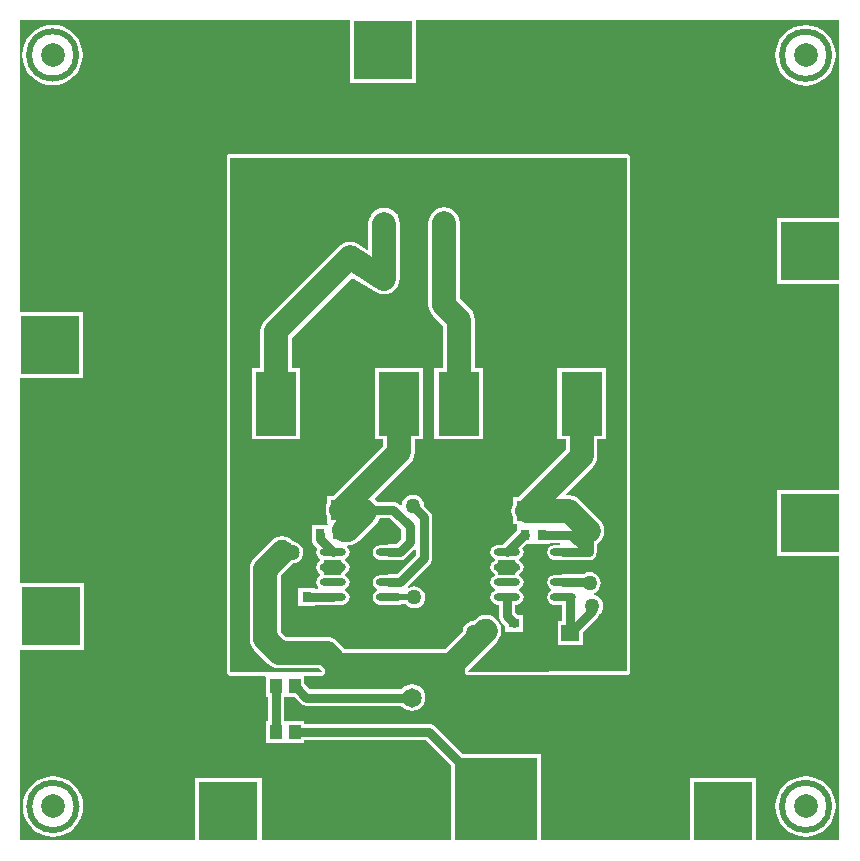
<source format=gtl>
G04 Layer_Physical_Order=1*
G04 Layer_Color=255*
%FSLAX23Y23*%
%MOIN*%
G70*
G01*
G75*
%ADD10R,0.031X0.035*%
%ADD11R,0.071X0.067*%
%ADD12R,0.138X0.213*%
%ADD13O,0.087X0.024*%
%ADD14R,0.035X0.031*%
%ADD15R,0.059X0.055*%
%ADD16R,0.039X0.051*%
%ADD17C,0.030*%
%ADD18C,0.080*%
%ADD19C,0.020*%
%ADD20C,0.028*%
%ADD21C,0.020*%
%ADD22C,0.065*%
%ADD23R,0.065X0.065*%
%ADD24C,0.079*%
%ADD25R,0.065X0.118*%
%ADD26R,0.276X0.276*%
%ADD27R,0.197X0.197*%
%ADD28R,0.197X0.197*%
%ADD29C,0.050*%
%ADD30C,0.020*%
G36*
X3388Y2582D02*
X3388Y871D01*
X2861Y870D01*
X2860Y874D01*
X2955Y970D01*
X2963Y981D01*
X2969Y993D01*
X2970Y1007D01*
X2969Y1021D01*
X2963Y1033D01*
X2955Y1044D01*
X2944Y1052D01*
X2932Y1058D01*
X2918Y1059D01*
X2904Y1058D01*
X2892Y1052D01*
X2881Y1044D01*
X2876Y1039D01*
X2868Y1038D01*
X2859Y1034D01*
X2852Y1028D01*
X2846Y1021D01*
X2842Y1012D01*
X2841Y1004D01*
X2782Y945D01*
X2448D01*
X2422Y971D01*
X2411Y979D01*
X2399Y985D01*
X2385Y986D01*
X2251D01*
X2235Y1002D01*
Y1191D01*
X2275Y1231D01*
X2283Y1232D01*
X2292Y1236D01*
X2299Y1242D01*
X2305Y1249D01*
X2309Y1258D01*
X2310Y1268D01*
X2309Y1278D01*
X2305Y1287D01*
X2299Y1294D01*
X2292Y1300D01*
X2283Y1304D01*
X2278Y1305D01*
X2277Y1307D01*
X2266Y1315D01*
X2253Y1320D01*
X2240Y1322D01*
X2226Y1320D01*
X2213Y1315D01*
X2202Y1307D01*
X2146Y1250D01*
X2138Y1239D01*
X2132Y1227D01*
X2131Y1213D01*
Y980D01*
X2132Y967D01*
X2138Y954D01*
X2146Y943D01*
X2192Y897D01*
X2203Y889D01*
X2216Y883D01*
X2229Y882D01*
X2363D01*
X2371Y874D01*
X2369Y869D01*
X2070Y869D01*
X2066Y872D01*
X2066Y2584D01*
X3386D01*
X3388Y2582D01*
D02*
G37*
G36*
X4097Y2381D02*
X3888D01*
Y2161D01*
X4097D01*
Y1476D01*
X3888D01*
Y1255D01*
X4097D01*
Y308D01*
X3820D01*
Y517D01*
X3599D01*
Y308D01*
X3103D01*
Y596D01*
X2842D01*
X2749Y688D01*
X2743Y693D01*
X2737Y695D01*
X2730Y696D01*
X2313D01*
Y707D01*
X2246D01*
Y785D01*
X2281D01*
X2301Y765D01*
X2307Y760D01*
X2313Y758D01*
X2320Y757D01*
X2637D01*
X2640Y752D01*
X2650Y745D01*
X2660Y741D01*
X2672Y739D01*
X2684Y741D01*
X2694Y745D01*
X2704Y752D01*
X2711Y762D01*
X2715Y772D01*
X2717Y784D01*
X2715Y796D01*
X2711Y806D01*
X2704Y816D01*
X2694Y823D01*
X2684Y827D01*
X2672Y829D01*
X2660Y827D01*
X2650Y823D01*
X2640Y816D01*
X2637Y811D01*
X2332D01*
X2313Y830D01*
Y857D01*
X2369Y857D01*
X2372Y857D01*
X2374Y858D01*
X2374Y858D01*
X2374Y858D01*
X2376Y859D01*
X2378Y860D01*
X2378Y860D01*
X2378Y860D01*
X2379Y862D01*
X2381Y864D01*
X2383Y869D01*
X2383Y869D01*
X2383Y869D01*
X2383Y869D01*
X2383Y871D01*
X2383Y874D01*
X2383Y874D01*
X2383Y874D01*
X2383Y876D01*
X2383Y878D01*
X2382Y878D01*
X2382Y878D01*
X2381Y880D01*
X2380Y882D01*
X2372Y890D01*
X2368Y893D01*
X2363Y894D01*
X2230D01*
X2219Y895D01*
X2209Y899D01*
X2200Y906D01*
X2155Y951D01*
X2148Y960D01*
X2144Y970D01*
X2143Y981D01*
Y1212D01*
X2144Y1223D01*
X2148Y1233D01*
X2155Y1242D01*
X2210Y1297D01*
X2219Y1304D01*
X2229Y1308D01*
X2240Y1310D01*
X2250Y1308D01*
X2260Y1304D01*
X2268Y1298D01*
X2268Y1297D01*
X2272Y1294D01*
X2276Y1293D01*
X2279Y1292D01*
X2285Y1290D01*
X2291Y1286D01*
X2295Y1280D01*
X2297Y1274D01*
X2298Y1268D01*
X2297Y1262D01*
X2295Y1256D01*
X2291Y1250D01*
X2285Y1246D01*
X2279Y1244D01*
X2274Y1243D01*
X2272Y1243D01*
X2270Y1242D01*
X2270Y1242D01*
X2269Y1242D01*
X2268Y1241D01*
X2266Y1240D01*
X2227Y1200D01*
X2224Y1196D01*
X2223Y1191D01*
Y1002D01*
X2224Y997D01*
X2227Y993D01*
X2242Y978D01*
X2246Y975D01*
X2251Y974D01*
X2384D01*
X2395Y973D01*
X2405Y969D01*
X2414Y962D01*
X2439Y937D01*
X2443Y934D01*
X2448Y933D01*
X2782D01*
X2787Y934D01*
X2791Y937D01*
X2850Y995D01*
X2851Y997D01*
X2852Y998D01*
X2852Y999D01*
X2852Y999D01*
X2853Y1001D01*
X2853Y1003D01*
X2854Y1008D01*
X2856Y1014D01*
X2860Y1020D01*
X2866Y1024D01*
X2872Y1026D01*
X2877Y1027D01*
X2879Y1027D01*
X2881Y1028D01*
X2881Y1028D01*
X2882Y1028D01*
X2883Y1029D01*
X2885Y1030D01*
X2889Y1035D01*
X2898Y1042D01*
X2908Y1046D01*
X2918Y1047D01*
X2928Y1046D01*
X2938Y1042D01*
X2946Y1035D01*
X2953Y1027D01*
X2957Y1017D01*
X2958Y1007D01*
X2957Y997D01*
X2953Y987D01*
X2946Y978D01*
X2851Y883D01*
X2851Y883D01*
X2851Y883D01*
X2850Y881D01*
X2848Y879D01*
X2848Y879D01*
X2848Y879D01*
X2848Y877D01*
X2847Y874D01*
X2847Y874D01*
X2847Y874D01*
X2848Y872D01*
X2848Y870D01*
X2848Y870D01*
X2848Y870D01*
X2850Y865D01*
X2850Y865D01*
X2850Y865D01*
X2852Y863D01*
X2853Y861D01*
X2853Y861D01*
X2853Y861D01*
X2855Y860D01*
X2857Y858D01*
X2857Y858D01*
X2857Y858D01*
X2859Y858D01*
X2861Y858D01*
X2861Y858D01*
X2861Y858D01*
X3388Y858D01*
X3390Y859D01*
X3393Y859D01*
X3393Y859D01*
X3393Y859D01*
X3395Y861D01*
X3397Y862D01*
X3397Y862D01*
X3397Y862D01*
X3398Y864D01*
X3399Y866D01*
X3399Y866D01*
X3399Y866D01*
X3400Y868D01*
X3400Y871D01*
X3400Y2582D01*
X3399Y2587D01*
X3397Y2591D01*
X3395Y2593D01*
X3391Y2595D01*
X3386Y2596D01*
X2066D01*
X2061Y2595D01*
X2057Y2593D01*
X2055Y2589D01*
X2054Y2584D01*
X2054Y872D01*
X2054Y872D01*
X2054Y872D01*
X2054Y870D01*
X2055Y867D01*
X2055Y867D01*
X2055Y867D01*
X2056Y865D01*
X2057Y863D01*
X2057Y863D01*
X2057Y863D01*
X2061Y860D01*
X2061Y860D01*
X2061Y860D01*
X2063Y859D01*
X2065Y857D01*
X2065Y857D01*
X2065Y857D01*
X2067Y857D01*
X2070Y856D01*
X2070Y856D01*
X2070Y856D01*
X2183Y856D01*
X2187Y853D01*
Y785D01*
X2191D01*
Y707D01*
X2187D01*
Y631D01*
X2313D01*
Y642D01*
X2719D01*
X2803Y557D01*
Y308D01*
X2171D01*
Y517D01*
X1950D01*
Y308D01*
X1367D01*
Y944D01*
X1578D01*
Y1165D01*
X1367D01*
Y1850D01*
X1576D01*
Y2070D01*
X1367D01*
Y3042D01*
X2464D01*
Y2834D01*
X2685D01*
Y3042D01*
X4097D01*
Y2381D01*
D02*
G37*
%LPC*%
G36*
X3319Y1882D02*
X3157D01*
Y1646D01*
X3185D01*
Y1610D01*
X3027Y1451D01*
X3008D01*
Y1427D01*
X3005Y1420D01*
X3003Y1406D01*
X3005Y1392D01*
X3008Y1385D01*
Y1361D01*
X3022D01*
X3023Y1356D01*
X3023Y1356D01*
X3023Y1356D01*
Y1341D01*
X2974Y1292D01*
X2957D01*
X2948Y1290D01*
X2940Y1285D01*
X2935Y1277D01*
X2933Y1268D01*
X2935Y1259D01*
X2940Y1251D01*
X2948Y1246D01*
X2948Y1246D01*
Y1240D01*
X2948Y1240D01*
X2940Y1235D01*
X2935Y1227D01*
X2933Y1218D01*
X2935Y1209D01*
X2940Y1201D01*
X2948Y1196D01*
X2948Y1196D01*
Y1190D01*
X2948Y1190D01*
X2940Y1185D01*
X2935Y1177D01*
X2933Y1168D01*
X2935Y1159D01*
X2940Y1151D01*
X2948Y1146D01*
X2948Y1146D01*
Y1140D01*
X2948Y1140D01*
X2940Y1135D01*
X2935Y1127D01*
X2933Y1118D01*
X2935Y1109D01*
X2940Y1101D01*
X2948Y1096D01*
X2957Y1094D01*
X2961D01*
Y1056D01*
X2962Y1049D01*
X2965Y1042D01*
X2969Y1037D01*
X2983Y1023D01*
Y1004D01*
X3043D01*
Y1059D01*
X3024D01*
X3016Y1067D01*
Y1094D01*
X3020D01*
X3029Y1096D01*
X3037Y1101D01*
X3042Y1109D01*
X3044Y1118D01*
X3042Y1127D01*
X3037Y1135D01*
X3029Y1140D01*
X3029Y1140D01*
Y1146D01*
X3029Y1146D01*
X3037Y1151D01*
X3042Y1159D01*
X3044Y1168D01*
X3042Y1177D01*
X3037Y1185D01*
X3029Y1190D01*
X3029Y1190D01*
Y1196D01*
X3029Y1196D01*
X3037Y1201D01*
X3042Y1209D01*
X3044Y1218D01*
X3042Y1227D01*
X3037Y1235D01*
X3029Y1240D01*
X3029Y1240D01*
Y1246D01*
X3029Y1246D01*
X3037Y1251D01*
X3042Y1259D01*
X3044Y1268D01*
X3042Y1277D01*
X3040Y1281D01*
X3055Y1296D01*
X3133D01*
Y1299D01*
X3164D01*
X3166Y1294D01*
X3165Y1292D01*
X3146D01*
X3137Y1290D01*
X3129Y1285D01*
X3124Y1277D01*
X3122Y1268D01*
X3124Y1259D01*
X3129Y1251D01*
X3137Y1246D01*
X3146Y1244D01*
X3166D01*
X3170Y1242D01*
X3177Y1241D01*
X3261D01*
X3268Y1242D01*
X3275Y1244D01*
X3280Y1249D01*
X3285Y1254D01*
X3287Y1261D01*
X3288Y1268D01*
Y1295D01*
X3298Y1303D01*
X3306Y1314D01*
X3312Y1326D01*
X3313Y1340D01*
X3312Y1354D01*
X3306Y1366D01*
X3298Y1377D01*
X3232Y1443D01*
X3221Y1451D01*
X3209Y1457D01*
X3195Y1458D01*
X3189D01*
X3187Y1463D01*
X3275Y1551D01*
X3283Y1562D01*
X3288Y1575D01*
X3290Y1588D01*
Y1646D01*
X3319D01*
Y1882D01*
D02*
G37*
G36*
X3984Y522D02*
X3964Y520D01*
X3945Y514D01*
X3928Y505D01*
X3913Y492D01*
X3900Y477D01*
X3891Y460D01*
X3885Y441D01*
X3883Y421D01*
X3885Y401D01*
X3891Y382D01*
X3900Y365D01*
X3913Y350D01*
X3928Y337D01*
X3945Y328D01*
X3964Y322D01*
X3984Y320D01*
X4004Y322D01*
X4023Y328D01*
X4040Y337D01*
X4055Y350D01*
X4068Y365D01*
X4077Y382D01*
X4083Y401D01*
X4085Y421D01*
X4083Y441D01*
X4077Y460D01*
X4068Y477D01*
X4055Y492D01*
X4040Y505D01*
X4023Y514D01*
X4004Y520D01*
X3984Y522D01*
D02*
G37*
G36*
X3264Y1202D02*
X3254Y1201D01*
X3245Y1197D01*
X3243Y1195D01*
X3177D01*
X3170Y1194D01*
X3166Y1192D01*
X3146D01*
X3137Y1190D01*
X3129Y1185D01*
X3124Y1177D01*
X3122Y1168D01*
X3124Y1159D01*
X3129Y1151D01*
X3137Y1146D01*
X3137Y1146D01*
Y1140D01*
X3137Y1140D01*
X3129Y1135D01*
X3124Y1127D01*
X3122Y1118D01*
X3124Y1109D01*
X3129Y1101D01*
X3137Y1096D01*
X3146Y1094D01*
X3173D01*
Y1039D01*
X3158D01*
Y960D01*
X3242D01*
Y1002D01*
X3291Y1052D01*
X3296Y1058D01*
X3297Y1062D01*
X3298Y1063D01*
X3304Y1070D01*
X3308Y1079D01*
X3309Y1089D01*
X3308Y1099D01*
X3304Y1108D01*
X3298Y1115D01*
X3291Y1121D01*
X3282Y1125D01*
X3278Y1125D01*
X3278Y1131D01*
X3283Y1133D01*
X3290Y1139D01*
X3296Y1146D01*
X3300Y1155D01*
X3301Y1165D01*
X3300Y1175D01*
X3296Y1184D01*
X3290Y1191D01*
X3283Y1197D01*
X3274Y1201D01*
X3264Y1202D01*
D02*
G37*
G36*
X2710Y1882D02*
X2548D01*
Y1646D01*
X2576D01*
Y1624D01*
X2408Y1455D01*
X2389D01*
Y1431D01*
X2386Y1424D01*
X2384Y1410D01*
X2386Y1396D01*
X2389Y1389D01*
Y1365D01*
X2389D01*
X2392Y1360D01*
X2392Y1358D01*
X2338D01*
Y1298D01*
X2341D01*
X2342Y1297D01*
X2346Y1291D01*
X2357Y1281D01*
X2354Y1277D01*
X2352Y1268D01*
X2354Y1259D01*
X2359Y1251D01*
X2367Y1246D01*
X2367Y1246D01*
Y1240D01*
X2367Y1240D01*
X2359Y1235D01*
X2354Y1227D01*
X2352Y1218D01*
X2354Y1209D01*
X2359Y1201D01*
X2367Y1196D01*
X2367Y1196D01*
Y1190D01*
X2367Y1190D01*
X2359Y1185D01*
X2354Y1177D01*
X2352Y1168D01*
X2354Y1159D01*
X2359Y1151D01*
X2360Y1150D01*
X2359Y1145D01*
X2348D01*
Y1148D01*
X2293D01*
Y1088D01*
X2348D01*
Y1091D01*
X2408D01*
X2415Y1092D01*
X2420Y1094D01*
X2440D01*
X2449Y1096D01*
X2457Y1101D01*
X2462Y1109D01*
X2464Y1118D01*
X2462Y1127D01*
X2457Y1135D01*
X2449Y1140D01*
X2449Y1140D01*
Y1146D01*
X2449Y1146D01*
X2457Y1151D01*
X2462Y1159D01*
X2464Y1168D01*
X2462Y1177D01*
X2457Y1185D01*
X2449Y1190D01*
X2449Y1190D01*
Y1196D01*
X2449Y1196D01*
X2457Y1201D01*
X2462Y1209D01*
X2464Y1218D01*
X2462Y1227D01*
X2457Y1235D01*
X2449Y1240D01*
X2449Y1240D01*
Y1246D01*
X2449Y1246D01*
X2457Y1251D01*
X2462Y1259D01*
X2464Y1268D01*
X2462Y1277D01*
X2457Y1285D01*
X2456Y1285D01*
X2457Y1288D01*
X2458Y1290D01*
X2458Y1291D01*
X2459D01*
X2473Y1292D01*
X2485Y1298D01*
X2496Y1306D01*
X2554Y1364D01*
X2562Y1375D01*
X2566Y1383D01*
X2599D01*
X2637Y1345D01*
Y1312D01*
X2620Y1295D01*
X2597D01*
X2590Y1294D01*
X2585Y1292D01*
X2565D01*
X2556Y1290D01*
X2548Y1285D01*
X2543Y1277D01*
X2541Y1268D01*
X2543Y1259D01*
X2548Y1251D01*
X2556Y1246D01*
X2565Y1244D01*
X2585D01*
X2590Y1242D01*
X2597Y1241D01*
X2631D01*
X2638Y1242D01*
X2645Y1244D01*
X2650Y1249D01*
X2681Y1279D01*
X2686Y1277D01*
Y1259D01*
X2622Y1195D01*
X2597D01*
X2590Y1194D01*
X2585Y1192D01*
X2565D01*
X2556Y1190D01*
X2548Y1185D01*
X2543Y1177D01*
X2541Y1168D01*
X2543Y1159D01*
X2548Y1151D01*
X2556Y1146D01*
X2556Y1146D01*
Y1140D01*
X2556Y1140D01*
X2548Y1135D01*
X2543Y1127D01*
X2541Y1118D01*
X2543Y1109D01*
X2548Y1101D01*
X2556Y1096D01*
X2565Y1094D01*
X2628D01*
X2638Y1096D01*
X2651D01*
X2654Y1092D01*
X2661Y1086D01*
X2670Y1082D01*
X2680Y1081D01*
X2690Y1082D01*
X2699Y1086D01*
X2706Y1092D01*
X2712Y1099D01*
X2716Y1108D01*
X2717Y1118D01*
X2716Y1128D01*
X2712Y1137D01*
X2706Y1144D01*
X2699Y1150D01*
X2690Y1154D01*
X2680Y1155D01*
X2670Y1154D01*
X2661Y1150D01*
X2661Y1150D01*
X2658Y1154D01*
X2732Y1228D01*
X2737Y1234D01*
X2739Y1241D01*
X2740Y1248D01*
Y1385D01*
X2739Y1392D01*
X2737Y1399D01*
X2732Y1404D01*
X2712Y1424D01*
X2711Y1433D01*
X2707Y1442D01*
X2701Y1449D01*
X2694Y1455D01*
X2685Y1459D01*
X2675Y1460D01*
X2665Y1459D01*
X2656Y1455D01*
X2649Y1449D01*
X2643Y1442D01*
X2639Y1433D01*
X2638Y1427D01*
X2633Y1426D01*
X2629Y1429D01*
X2624Y1434D01*
X2617Y1436D01*
X2610Y1437D01*
X2555D01*
X2554Y1438D01*
X2549Y1443D01*
Y1448D01*
X2666Y1565D01*
X2674Y1576D01*
X2679Y1588D01*
X2681Y1602D01*
Y1646D01*
X2710D01*
Y1882D01*
D02*
G37*
G36*
X3984Y3026D02*
X3964Y3024D01*
X3945Y3018D01*
X3928Y3009D01*
X3913Y2996D01*
X3900Y2981D01*
X3891Y2964D01*
X3885Y2945D01*
X3883Y2925D01*
X3885Y2905D01*
X3891Y2886D01*
X3900Y2869D01*
X3913Y2854D01*
X3928Y2841D01*
X3945Y2832D01*
X3964Y2826D01*
X3984Y2824D01*
X4004Y2826D01*
X4023Y2832D01*
X4040Y2841D01*
X4055Y2854D01*
X4068Y2869D01*
X4077Y2886D01*
X4083Y2905D01*
X4085Y2925D01*
X4083Y2945D01*
X4077Y2964D01*
X4068Y2981D01*
X4055Y2996D01*
X4040Y3009D01*
X4023Y3018D01*
X4004Y3024D01*
X3984Y3026D01*
D02*
G37*
G36*
X1474Y3027D02*
X1454Y3025D01*
X1435Y3019D01*
X1418Y3010D01*
X1403Y2997D01*
X1390Y2982D01*
X1381Y2965D01*
X1375Y2946D01*
X1373Y2926D01*
X1375Y2906D01*
X1381Y2887D01*
X1390Y2870D01*
X1403Y2855D01*
X1418Y2842D01*
X1435Y2833D01*
X1454Y2827D01*
X1474Y2825D01*
X1494Y2827D01*
X1513Y2833D01*
X1530Y2842D01*
X1545Y2855D01*
X1558Y2870D01*
X1567Y2887D01*
X1573Y2906D01*
X1575Y2926D01*
X1573Y2946D01*
X1567Y2965D01*
X1558Y2982D01*
X1545Y2997D01*
X1530Y3010D01*
X1513Y3019D01*
X1494Y3025D01*
X1474Y3027D01*
D02*
G37*
G36*
X2579Y2416D02*
X2565Y2415D01*
X2553Y2409D01*
X2542Y2401D01*
X2538Y2395D01*
X2534D01*
Y2391D01*
X2534Y2390D01*
X2528Y2378D01*
X2527Y2364D01*
Y2280D01*
X2522Y2277D01*
X2493Y2296D01*
X2492Y2296D01*
X2491Y2296D01*
X2486Y2299D01*
X2480Y2301D01*
X2479Y2301D01*
X2479Y2302D01*
X2473Y2302D01*
X2467Y2303D01*
X2466Y2303D01*
X2465Y2303D01*
X2459Y2303D01*
X2453Y2302D01*
X2452Y2302D01*
X2451Y2302D01*
X2446Y2299D01*
X2440Y2297D01*
X2440Y2297D01*
X2439Y2296D01*
X2434Y2293D01*
X2429Y2289D01*
X2429Y2289D01*
X2428Y2288D01*
X2182Y2042D01*
X2174Y2032D01*
X2169Y2019D01*
X2167Y2005D01*
Y1882D01*
X2138D01*
Y1646D01*
X2300D01*
Y1882D01*
X2272D01*
Y1984D01*
X2473Y2184D01*
X2551Y2135D01*
X2552Y2135D01*
X2553Y2135D01*
X2558Y2132D01*
X2564Y2130D01*
X2565Y2130D01*
X2565Y2129D01*
X2571Y2129D01*
X2577Y2128D01*
X2578Y2128D01*
X2579Y2128D01*
X2585Y2128D01*
X2591Y2129D01*
X2592Y2129D01*
X2593Y2129D01*
X2598Y2132D01*
X2604Y2134D01*
X2604Y2134D01*
X2605Y2135D01*
X2610Y2138D01*
X2615Y2142D01*
X2615Y2142D01*
X2616Y2143D01*
X2620Y2148D01*
X2624Y2152D01*
X2624Y2153D01*
X2624Y2154D01*
X2627Y2159D01*
X2629Y2165D01*
X2629Y2166D01*
X2630Y2166D01*
X2630Y2172D01*
X2631Y2178D01*
X2631Y2179D01*
X2631Y2180D01*
Y2364D01*
X2630Y2378D01*
X2624Y2390D01*
X2624Y2391D01*
Y2395D01*
X2620D01*
X2616Y2401D01*
X2605Y2409D01*
X2593Y2415D01*
X2579Y2416D01*
D02*
G37*
G36*
X1475Y522D02*
X1455Y520D01*
X1436Y514D01*
X1419Y505D01*
X1404Y492D01*
X1391Y477D01*
X1382Y460D01*
X1376Y441D01*
X1374Y421D01*
X1376Y401D01*
X1382Y382D01*
X1391Y365D01*
X1404Y350D01*
X1419Y337D01*
X1436Y328D01*
X1455Y322D01*
X1475Y320D01*
X1495Y322D01*
X1514Y328D01*
X1531Y337D01*
X1546Y350D01*
X1559Y365D01*
X1568Y382D01*
X1574Y401D01*
X1576Y421D01*
X1574Y441D01*
X1568Y460D01*
X1559Y477D01*
X1546Y492D01*
X1531Y505D01*
X1514Y514D01*
X1495Y520D01*
X1475Y522D01*
D02*
G37*
G36*
X2779Y2418D02*
X2765Y2417D01*
X2753Y2411D01*
X2742Y2403D01*
X2736Y2395D01*
X2734D01*
Y2393D01*
X2734Y2392D01*
X2728Y2380D01*
X2727Y2366D01*
Y2251D01*
Y2093D01*
X2728Y2079D01*
X2734Y2067D01*
X2742Y2056D01*
X2776Y2022D01*
Y1882D01*
X2747D01*
Y1646D01*
X2909D01*
Y1882D01*
X2881D01*
Y2044D01*
X2879Y2057D01*
X2874Y2070D01*
X2865Y2081D01*
X2831Y2115D01*
Y2251D01*
Y2366D01*
X2830Y2380D01*
X2824Y2392D01*
X2823Y2393D01*
Y2395D01*
X2822D01*
X2816Y2403D01*
X2805Y2411D01*
X2793Y2417D01*
X2779Y2418D01*
D02*
G37*
%LPD*%
G36*
X3017Y1240D02*
X3017Y1239D01*
Y1238D01*
X3018Y1237D01*
X3018Y1236D01*
X3019Y1235D01*
X3019Y1234D01*
X3020Y1233D01*
X3021Y1232D01*
X3022Y1231D01*
X3022Y1230D01*
X3023Y1230D01*
X3028Y1226D01*
X3031Y1223D01*
X3032Y1218D01*
X3031Y1213D01*
X3028Y1210D01*
X3023Y1206D01*
X3022Y1206D01*
X3022Y1205D01*
X3021Y1204D01*
X3020Y1203D01*
X3019Y1202D01*
X3019Y1201D01*
X3018Y1200D01*
X3018Y1199D01*
X3017Y1198D01*
Y1197D01*
X3017Y1196D01*
Y1192D01*
X2960D01*
Y1196D01*
X2960Y1197D01*
Y1198D01*
X2959Y1199D01*
X2959Y1200D01*
X2958Y1201D01*
X2958Y1202D01*
X2957Y1203D01*
X2956Y1204D01*
X2955Y1205D01*
X2955Y1206D01*
X2954Y1206D01*
X2949Y1210D01*
X2946Y1213D01*
X2945Y1218D01*
X2946Y1223D01*
X2949Y1226D01*
X2954Y1230D01*
X2955Y1230D01*
X2955Y1231D01*
X2956Y1232D01*
X2957Y1233D01*
X2958Y1234D01*
X2958Y1235D01*
X2959Y1236D01*
X2959Y1237D01*
X2960Y1238D01*
Y1239D01*
X2960Y1240D01*
Y1244D01*
X2977D01*
X2981Y1242D01*
X2989Y1241D01*
X2996Y1242D01*
X3000Y1244D01*
X3017D01*
Y1240D01*
D02*
G37*
G36*
X2436D02*
X2437Y1239D01*
Y1238D01*
X2437Y1237D01*
X2437Y1236D01*
X2438Y1235D01*
X2439Y1234D01*
X2439Y1233D01*
X2440Y1232D01*
X2441Y1231D01*
X2442Y1230D01*
X2442Y1230D01*
X2448Y1226D01*
X2450Y1223D01*
X2451Y1218D01*
X2450Y1213D01*
X2448Y1210D01*
X2442Y1206D01*
X2442Y1206D01*
X2441Y1205D01*
X2440Y1204D01*
X2439Y1203D01*
X2439Y1202D01*
X2438Y1201D01*
X2437Y1200D01*
X2437Y1199D01*
X2437Y1198D01*
Y1197D01*
X2436Y1196D01*
Y1192D01*
X2380D01*
Y1196D01*
X2379Y1197D01*
Y1198D01*
X2379Y1199D01*
X2379Y1200D01*
X2378Y1201D01*
X2378Y1202D01*
X2377Y1203D01*
X2376Y1204D01*
X2375Y1205D01*
X2374Y1206D01*
X2374Y1206D01*
X2368Y1210D01*
X2366Y1213D01*
X2365Y1218D01*
X2366Y1223D01*
X2368Y1226D01*
X2374Y1230D01*
X2374Y1230D01*
X2375Y1231D01*
X2376Y1232D01*
X2377Y1233D01*
X2378Y1234D01*
X2378Y1235D01*
X2379Y1236D01*
X2379Y1237D01*
X2379Y1238D01*
Y1239D01*
X2380Y1240D01*
Y1244D01*
X2396D01*
X2401Y1242D01*
X2408Y1241D01*
X2415Y1242D01*
X2420Y1244D01*
X2436D01*
Y1240D01*
D02*
G37*
D10*
X2421Y1328D02*
D03*
X2365D02*
D03*
X2265Y1118D02*
D03*
X2321D02*
D03*
X3106Y1326D02*
D03*
X3050D02*
D03*
D11*
X2437Y1410D02*
D03*
X2282D02*
D03*
X2901Y1406D02*
D03*
X3055D02*
D03*
D12*
X2629Y1764D02*
D03*
X2219D02*
D03*
X3238D02*
D03*
X2828D02*
D03*
D13*
X2408Y1268D02*
D03*
Y1218D02*
D03*
Y1168D02*
D03*
Y1118D02*
D03*
X2597Y1268D02*
D03*
Y1218D02*
D03*
Y1168D02*
D03*
Y1118D02*
D03*
X2989Y1268D02*
D03*
Y1218D02*
D03*
Y1168D02*
D03*
Y1118D02*
D03*
X3177Y1268D02*
D03*
Y1218D02*
D03*
Y1168D02*
D03*
Y1118D02*
D03*
D14*
X3013Y976D02*
D03*
Y1032D02*
D03*
D15*
X3200Y921D02*
D03*
Y999D02*
D03*
D16*
X2281Y669D02*
D03*
X2219D02*
D03*
X2281Y823D02*
D03*
X2219D02*
D03*
D17*
Y669D02*
Y823D01*
X2281D02*
X2320Y784D01*
X2672D01*
X3261Y1268D02*
Y1340D01*
X2713Y1248D02*
Y1385D01*
X2633Y1168D02*
X2713Y1248D01*
X2597Y1168D02*
X2633D01*
X2675Y1423D02*
X2713Y1385D01*
X3109Y1218D02*
X3177D01*
X3219D01*
X3177Y1168D02*
X3256D01*
X2508Y1410D02*
X2610D01*
X2437D02*
X2508D01*
X2610D02*
X2664Y1356D01*
Y1301D02*
Y1356D01*
X2631Y1268D02*
X2664Y1301D01*
X2597Y1268D02*
X2631D01*
X3272Y1071D02*
Y1079D01*
X3200Y999D02*
X3272Y1071D01*
X3200Y999D02*
Y1116D01*
X2503Y1089D02*
Y1195D01*
X2526Y1218D02*
X2597D01*
X2503Y1195D02*
Y1213D01*
X2365Y1311D02*
Y1328D01*
Y1311D02*
X2408Y1268D01*
X2989Y1056D02*
X3013Y1032D01*
X2989Y1056D02*
Y1118D01*
X2321Y1118D02*
X2408D01*
X2265Y1060D02*
Y1118D01*
Y1060D02*
X2295Y1030D01*
X2443D01*
X2503Y1089D01*
X3177Y1268D02*
X3261D01*
X3106Y1326D02*
X3203D01*
X3261Y1268D01*
X3047Y1326D02*
X3050D01*
X2989Y1268D02*
X3047Y1326D01*
X2281Y669D02*
X2730D01*
X2953Y446D01*
D18*
X2183Y1213D02*
X2240Y1270D01*
X2804Y893D02*
X2918Y1007D01*
X2779Y2093D02*
X2828Y2044D01*
Y1764D02*
Y2044D01*
X2219Y2005D02*
X2465Y2251D01*
X2219Y1764D02*
Y2005D01*
X2459Y1343D02*
X2517Y1401D01*
X2183Y980D02*
Y1213D01*
Y980D02*
X2229Y934D01*
X2385D01*
X2426Y893D01*
X2804D01*
X2437Y1410D02*
X2629Y1602D01*
Y1764D01*
X2508Y1410D02*
X2517Y1401D01*
X2446Y1343D02*
X2459D01*
X2444Y1341D02*
X2446Y1343D01*
X3055Y1406D02*
X3195D01*
X3261Y1340D01*
X3238Y1588D02*
Y1764D01*
X3055Y1406D02*
X3238Y1588D01*
X2779Y2093D02*
Y2251D01*
Y2366D01*
X2465Y2251D02*
X2579Y2180D01*
Y2364D01*
D19*
X2597Y1118D02*
X2680D01*
D20*
X3272Y1079D02*
Y1089D01*
D21*
X1553Y2926D02*
G03*
X1553Y2926I-79J0D01*
G01*
X1554Y421D02*
G03*
X1554Y421I-79J0D01*
G01*
X4063D02*
G03*
X4063Y421I-79J0D01*
G01*
Y2925D02*
G03*
X4063Y2925I-79J0D01*
G01*
D22*
X2672Y784D02*
D03*
X2679Y2351D02*
D03*
X2879D02*
D03*
Y2251D02*
D03*
X2679D02*
D03*
D23*
X2772Y784D02*
D03*
X2579Y2351D02*
D03*
X2779D02*
D03*
Y2251D02*
D03*
X2579D02*
D03*
D24*
X1474Y2926D02*
D03*
Y421D02*
D03*
X3984D02*
D03*
Y2926D02*
D03*
D25*
X2503Y1195D02*
D03*
X3083Y1189D02*
D03*
D26*
X2485Y446D02*
D03*
X2953D02*
D03*
D27*
X1468Y1055D02*
D03*
Y1366D02*
D03*
X1466Y1960D02*
D03*
Y2271D02*
D03*
X3998D02*
D03*
Y1960D02*
D03*
Y1366D02*
D03*
Y1055D02*
D03*
D28*
X3709Y406D02*
D03*
X3398D02*
D03*
X2060D02*
D03*
X1749D02*
D03*
X2574Y2944D02*
D03*
X2885D02*
D03*
D29*
X2273Y1268D02*
D03*
X2878Y1002D02*
D03*
X3264Y1165D02*
D03*
X2675Y1423D02*
D03*
X2680Y1118D02*
D03*
X3272Y1089D02*
D03*
D30*
X2502Y1214D02*
D03*
X2528Y1241D02*
D03*
X2502Y1241D02*
D03*
X2527Y1215D02*
D03*
X2526Y1186D02*
D03*
X2502D02*
D03*
X2478D02*
D03*
Y1214D02*
D03*
Y1241D02*
D03*
Y1159D02*
D03*
X2502D02*
D03*
X2527D02*
D03*
X3108Y1149D02*
D03*
X3083D02*
D03*
X3059D02*
D03*
Y1231D02*
D03*
Y1204D02*
D03*
Y1176D02*
D03*
X3083D02*
D03*
X3107D02*
D03*
X3108Y1205D02*
D03*
X3083Y1231D02*
D03*
X3109Y1231D02*
D03*
X3083Y1204D02*
D03*
X2579Y540D02*
D03*
X2540D02*
D03*
X2500D02*
D03*
X2461D02*
D03*
X2422D02*
D03*
X2382D02*
D03*
X2579Y501D02*
D03*
X2540D02*
D03*
X2500D02*
D03*
X2461D02*
D03*
X2422D02*
D03*
X2382D02*
D03*
X2579Y461D02*
D03*
X2540D02*
D03*
X2500D02*
D03*
X2461D02*
D03*
X2422D02*
D03*
X2382D02*
D03*
X2579Y422D02*
D03*
X2540D02*
D03*
X2500D02*
D03*
X2461D02*
D03*
X2422D02*
D03*
X2382D02*
D03*
X2579Y383D02*
D03*
X2540D02*
D03*
X2500D02*
D03*
X2461D02*
D03*
X2422D02*
D03*
X2382D02*
D03*
X2579Y343D02*
D03*
X2540D02*
D03*
X2500D02*
D03*
X2461D02*
D03*
X2422D02*
D03*
X2382D02*
D03*
X2382Y540D02*
D03*
X2422D02*
D03*
X2461D02*
D03*
X2500D02*
D03*
X2540D02*
D03*
X2579D02*
D03*
Y501D02*
D03*
X2540D02*
D03*
X2500D02*
D03*
X2461D02*
D03*
X2422D02*
D03*
X2382D02*
D03*
X2579Y461D02*
D03*
X2540D02*
D03*
X2500D02*
D03*
X2461D02*
D03*
X2422D02*
D03*
X2382D02*
D03*
X2579Y422D02*
D03*
X2540D02*
D03*
X2500D02*
D03*
X2461D02*
D03*
X2422D02*
D03*
X2382D02*
D03*
X2579Y383D02*
D03*
X2540D02*
D03*
X2500D02*
D03*
X2461D02*
D03*
X2422D02*
D03*
X2382D02*
D03*
X2579Y343D02*
D03*
X2540D02*
D03*
X2500D02*
D03*
X2461D02*
D03*
X2422D02*
D03*
X2382D02*
D03*
X3051Y540D02*
D03*
X3012D02*
D03*
X2973D02*
D03*
X2933D02*
D03*
X2894D02*
D03*
X2855D02*
D03*
X3051Y501D02*
D03*
X3012D02*
D03*
X2973D02*
D03*
X2933D02*
D03*
X2894D02*
D03*
X2855D02*
D03*
X3051Y461D02*
D03*
X3012D02*
D03*
X2973D02*
D03*
X2933D02*
D03*
X2894D02*
D03*
X2855D02*
D03*
X3051Y422D02*
D03*
X3012D02*
D03*
X2973D02*
D03*
X2933D02*
D03*
X2894D02*
D03*
X2855D02*
D03*
X3051Y383D02*
D03*
X3012D02*
D03*
X2973D02*
D03*
X2933D02*
D03*
X2894D02*
D03*
X2855D02*
D03*
X3051Y343D02*
D03*
X3012D02*
D03*
X2973D02*
D03*
X2933D02*
D03*
X2894D02*
D03*
X2855D02*
D03*
X1405Y1429D02*
D03*
Y1389D02*
D03*
Y1350D02*
D03*
Y1311D02*
D03*
X1444Y1429D02*
D03*
Y1389D02*
D03*
Y1350D02*
D03*
Y1311D02*
D03*
X1484Y1429D02*
D03*
Y1389D02*
D03*
Y1350D02*
D03*
Y1311D02*
D03*
X1523Y1429D02*
D03*
Y1389D02*
D03*
Y1350D02*
D03*
Y1311D02*
D03*
X1405Y1114D02*
D03*
Y1074D02*
D03*
Y1035D02*
D03*
Y996D02*
D03*
X1444Y1114D02*
D03*
Y1074D02*
D03*
Y1035D02*
D03*
Y996D02*
D03*
X1484Y1114D02*
D03*
Y1074D02*
D03*
Y1035D02*
D03*
Y996D02*
D03*
X1523Y1114D02*
D03*
Y1074D02*
D03*
Y1035D02*
D03*
Y996D02*
D03*
X1403Y2334D02*
D03*
Y2295D02*
D03*
Y2255D02*
D03*
Y2216D02*
D03*
X1442Y2334D02*
D03*
Y2295D02*
D03*
Y2255D02*
D03*
Y2216D02*
D03*
X1482Y2334D02*
D03*
Y2295D02*
D03*
Y2255D02*
D03*
Y2216D02*
D03*
X1521Y2334D02*
D03*
Y2295D02*
D03*
Y2255D02*
D03*
Y2216D02*
D03*
X1403Y2019D02*
D03*
Y1980D02*
D03*
Y1940D02*
D03*
Y1901D02*
D03*
X1442Y2019D02*
D03*
Y1980D02*
D03*
Y1940D02*
D03*
Y1901D02*
D03*
X1482Y2019D02*
D03*
Y1980D02*
D03*
Y1940D02*
D03*
Y1901D02*
D03*
X1521Y2019D02*
D03*
Y1980D02*
D03*
Y1940D02*
D03*
Y1901D02*
D03*
X4061Y1897D02*
D03*
Y1936D02*
D03*
Y1976D02*
D03*
Y2015D02*
D03*
X4022Y1897D02*
D03*
Y1936D02*
D03*
Y1976D02*
D03*
Y2015D02*
D03*
X3983Y1897D02*
D03*
Y1936D02*
D03*
Y1976D02*
D03*
Y2015D02*
D03*
X3943Y1897D02*
D03*
Y1936D02*
D03*
Y1976D02*
D03*
Y2015D02*
D03*
X4061Y2212D02*
D03*
Y2251D02*
D03*
Y2291D02*
D03*
Y2330D02*
D03*
X4022Y2212D02*
D03*
Y2251D02*
D03*
Y2291D02*
D03*
Y2330D02*
D03*
X3983Y2212D02*
D03*
Y2251D02*
D03*
Y2291D02*
D03*
Y2330D02*
D03*
X3943Y2212D02*
D03*
Y2251D02*
D03*
Y2291D02*
D03*
Y2330D02*
D03*
X4061Y992D02*
D03*
Y1031D02*
D03*
Y1071D02*
D03*
Y1110D02*
D03*
X4022Y992D02*
D03*
Y1031D02*
D03*
Y1071D02*
D03*
Y1110D02*
D03*
X3983Y992D02*
D03*
Y1031D02*
D03*
Y1071D02*
D03*
Y1110D02*
D03*
X3943Y992D02*
D03*
Y1031D02*
D03*
Y1071D02*
D03*
Y1110D02*
D03*
X4061Y1307D02*
D03*
Y1346D02*
D03*
Y1385D02*
D03*
Y1425D02*
D03*
X4022Y1307D02*
D03*
Y1346D02*
D03*
Y1385D02*
D03*
Y1425D02*
D03*
X3983Y1307D02*
D03*
Y1346D02*
D03*
Y1385D02*
D03*
Y1425D02*
D03*
X3943Y1307D02*
D03*
Y1346D02*
D03*
Y1385D02*
D03*
Y1425D02*
D03*
X3335Y343D02*
D03*
X3375D02*
D03*
X3414D02*
D03*
X3453D02*
D03*
X3335Y383D02*
D03*
X3375D02*
D03*
X3414D02*
D03*
X3453D02*
D03*
X3335Y422D02*
D03*
X3375D02*
D03*
X3414D02*
D03*
X3453D02*
D03*
X3335Y461D02*
D03*
X3375D02*
D03*
X3414D02*
D03*
X3453D02*
D03*
X3650Y343D02*
D03*
X3690D02*
D03*
X3729D02*
D03*
X3768D02*
D03*
X3650Y383D02*
D03*
X3690D02*
D03*
X3729D02*
D03*
X3768D02*
D03*
X3650Y422D02*
D03*
X3690D02*
D03*
X3729D02*
D03*
X3768D02*
D03*
X3650Y461D02*
D03*
X3690D02*
D03*
X3729D02*
D03*
X3768D02*
D03*
X1686Y343D02*
D03*
X1726D02*
D03*
X1765D02*
D03*
X1804D02*
D03*
X1686Y383D02*
D03*
X1726D02*
D03*
X1765D02*
D03*
X1804D02*
D03*
X1686Y422D02*
D03*
X1726D02*
D03*
X1765D02*
D03*
X1804D02*
D03*
X1686Y461D02*
D03*
X1726D02*
D03*
X1765D02*
D03*
X1804D02*
D03*
X2001Y343D02*
D03*
X2040D02*
D03*
X2080D02*
D03*
X2119D02*
D03*
X2001Y383D02*
D03*
X2040D02*
D03*
X2080D02*
D03*
X2119D02*
D03*
X2001Y422D02*
D03*
X2040D02*
D03*
X2080D02*
D03*
X2119D02*
D03*
X2001Y461D02*
D03*
X2040D02*
D03*
X2080D02*
D03*
X2119D02*
D03*
X2948Y3007D02*
D03*
X2909D02*
D03*
X2870D02*
D03*
X2830D02*
D03*
X2948Y2968D02*
D03*
X2909D02*
D03*
X2870D02*
D03*
X2830D02*
D03*
X2948Y2928D02*
D03*
X2909D02*
D03*
X2870D02*
D03*
X2830D02*
D03*
X2948Y2889D02*
D03*
X2909D02*
D03*
X2870D02*
D03*
X2830D02*
D03*
X2633Y3007D02*
D03*
X2594D02*
D03*
X2555D02*
D03*
X2515D02*
D03*
X2633Y2968D02*
D03*
X2594D02*
D03*
X2555D02*
D03*
X2515D02*
D03*
X2633Y2928D02*
D03*
X2594D02*
D03*
X2555D02*
D03*
X2515D02*
D03*
X2633Y2889D02*
D03*
X2594D02*
D03*
X2555D02*
D03*
X2515D02*
D03*
M02*

</source>
